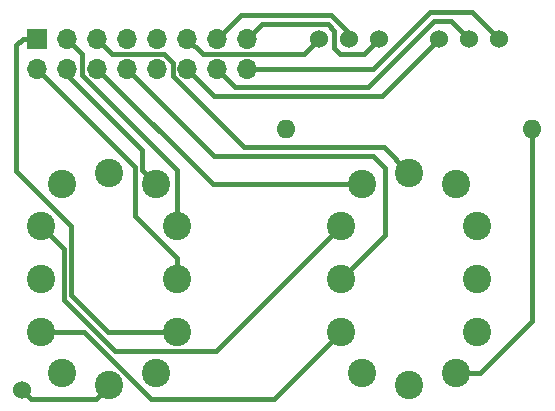
<source format=gbr>
G04 #@! TF.GenerationSoftware,KiCad,Pcbnew,(5.1.0)-1*
G04 #@! TF.CreationDate,2021-08-18T22:37:31-05:00*
G04 #@! TF.ProjectId,nixie_legacy-digit,6e697869-655f-46c6-9567-6163792d6469,rev?*
G04 #@! TF.SameCoordinates,Original*
G04 #@! TF.FileFunction,Copper,L1,Top*
G04 #@! TF.FilePolarity,Positive*
%FSLAX46Y46*%
G04 Gerber Fmt 4.6, Leading zero omitted, Abs format (unit mm)*
G04 Created by KiCad (PCBNEW (5.1.0)-1) date 2021-08-18 22:37:31*
%MOMM*%
%LPD*%
G04 APERTURE LIST*
%ADD10C,1.524000*%
%ADD11O,1.600000X1.600000*%
%ADD12C,2.397760*%
%ADD13R,1.700000X1.700000*%
%ADD14O,1.700000X1.700000*%
%ADD15C,0.381000*%
G04 APERTURE END LIST*
D10*
X81534000Y-118618000D03*
D11*
X124714000Y-96520000D03*
X103886000Y-96520000D03*
D12*
X120048020Y-113718340D03*
X110302040Y-117218460D03*
X108551980Y-113718340D03*
X108551980Y-109220000D03*
X108551980Y-104721660D03*
X110302040Y-101221540D03*
X114300000Y-100220780D03*
X118297960Y-101221540D03*
X120048020Y-104721660D03*
X120048020Y-109220000D03*
X118297960Y-117218460D03*
X114300000Y-118219220D03*
X94648020Y-113718340D03*
X84902040Y-117218460D03*
X83151980Y-113718340D03*
X83151980Y-109220000D03*
X83151980Y-104721660D03*
X84902040Y-101221540D03*
X88900000Y-100220780D03*
X92897960Y-101221540D03*
X94648020Y-104721660D03*
X94648020Y-109220000D03*
X92897960Y-117218460D03*
X88900000Y-118219220D03*
D10*
X121920000Y-88900000D03*
X111760000Y-88900000D03*
X119380000Y-88900000D03*
X109220000Y-88900000D03*
X116840000Y-88900000D03*
X106680000Y-88900000D03*
D13*
X82804000Y-88900000D03*
D14*
X82804000Y-91440000D03*
X85344000Y-88900000D03*
X85344000Y-91440000D03*
X87884000Y-88900000D03*
X87884000Y-91440000D03*
X90424000Y-88900000D03*
X90424000Y-91440000D03*
X92964000Y-88900000D03*
X92964000Y-91440000D03*
X95504000Y-88900000D03*
X95504000Y-91440000D03*
X98044000Y-88900000D03*
X98044000Y-91440000D03*
X100584000Y-88900000D03*
X100584000Y-91440000D03*
D15*
X121158001Y-88138001D02*
X121920000Y-88900000D01*
X119634000Y-86614000D02*
X121158001Y-88138001D01*
X116078000Y-86614000D02*
X119634000Y-86614000D01*
X100584000Y-91440000D02*
X111252000Y-91440000D01*
X111252000Y-91440000D02*
X116078000Y-86614000D01*
X110998001Y-89661999D02*
X111760000Y-88900000D01*
X110490000Y-90170000D02*
X110998001Y-89661999D01*
X101854000Y-87630000D02*
X107382328Y-87630000D01*
X100584000Y-88900000D02*
X101854000Y-87630000D01*
X107950000Y-88197672D02*
X107950000Y-89662000D01*
X107382328Y-87630000D02*
X107950000Y-88197672D01*
X107950000Y-89662000D02*
X108458000Y-90170000D01*
X108458000Y-90170000D02*
X110490000Y-90170000D01*
X118618001Y-88138001D02*
X119380000Y-88900000D01*
X117856000Y-87376000D02*
X118618001Y-88138001D01*
X116391672Y-87376000D02*
X117856000Y-87376000D01*
X110803672Y-92964000D02*
X116391672Y-87376000D01*
X98044000Y-91440000D02*
X99568000Y-92964000D01*
X99568000Y-92964000D02*
X110803672Y-92964000D01*
X98893999Y-88050001D02*
X98044000Y-88900000D01*
X100076000Y-86868000D02*
X98893999Y-88050001D01*
X107696000Y-86868000D02*
X100076000Y-86868000D01*
X109220000Y-88900000D02*
X109220000Y-88392000D01*
X109220000Y-88392000D02*
X107696000Y-86868000D01*
X116078001Y-89661999D02*
X116840000Y-88900000D01*
X112014000Y-93726000D02*
X116078001Y-89661999D01*
X95504000Y-91440000D02*
X97790000Y-93726000D01*
X97790000Y-93726000D02*
X112014000Y-93726000D01*
X105918001Y-89661999D02*
X106680000Y-88900000D01*
X105380501Y-90199499D02*
X105918001Y-89661999D01*
X96803499Y-90199499D02*
X105380501Y-90199499D01*
X95504000Y-88900000D02*
X96803499Y-90199499D01*
X86794340Y-113718340D02*
X83151980Y-113718340D01*
X92456000Y-119380000D02*
X86794340Y-113718340D01*
X102870000Y-119380000D02*
X92456000Y-119380000D01*
X108551980Y-113718340D02*
X108531660Y-113718340D01*
X108531660Y-113718340D02*
X102870000Y-119380000D01*
X91273999Y-92289999D02*
X90424000Y-91440000D01*
X97790000Y-98806000D02*
X91273999Y-92289999D01*
X111252000Y-98806000D02*
X97790000Y-98806000D01*
X112268000Y-99822000D02*
X111252000Y-98806000D01*
X108551980Y-109220000D02*
X112268000Y-105503980D01*
X112268000Y-105503980D02*
X112268000Y-99822000D01*
X84350859Y-105920539D02*
X83151980Y-104721660D01*
X85090000Y-106659680D02*
X84350859Y-105920539D01*
X85090000Y-110998000D02*
X85090000Y-106659680D01*
X89408000Y-115316000D02*
X85090000Y-110998000D01*
X108551980Y-104721660D02*
X97957640Y-115316000D01*
X97957640Y-115316000D02*
X89408000Y-115316000D01*
X97665540Y-101221540D02*
X87884000Y-91440000D01*
X110302040Y-101221540D02*
X97665540Y-101221540D01*
X89124501Y-90140501D02*
X93500443Y-90140501D01*
X87884000Y-88900000D02*
X89124501Y-90140501D01*
X93500443Y-90140501D02*
X94263499Y-90903557D01*
X112123220Y-98044000D02*
X114300000Y-100220780D01*
X94263499Y-90903557D02*
X94263499Y-92035441D01*
X94263499Y-92035441D02*
X100272058Y-98044000D01*
X100272058Y-98044000D02*
X112123220Y-98044000D01*
X85344000Y-91948000D02*
X85344000Y-91440000D01*
X91699081Y-98303081D02*
X85344000Y-91948000D01*
X92897960Y-101221540D02*
X91699081Y-100022661D01*
X91699081Y-100022661D02*
X91699081Y-98303081D01*
X86193999Y-89749999D02*
X85344000Y-88900000D01*
X86584501Y-90140501D02*
X86193999Y-89749999D01*
X86584501Y-91951460D02*
X86584501Y-90140501D01*
X94648020Y-100014979D02*
X86584501Y-91951460D01*
X94648020Y-104721660D02*
X94648020Y-100014979D01*
X83653999Y-92289999D02*
X82804000Y-91440000D01*
X91118071Y-99754071D02*
X83653999Y-92289999D01*
X91118071Y-103901947D02*
X91118071Y-99754071D01*
X94648020Y-107431896D02*
X91118071Y-103901947D01*
X94648020Y-109220000D02*
X94648020Y-107431896D01*
X88826340Y-113718340D02*
X85671011Y-110563011D01*
X94648020Y-113718340D02*
X88826340Y-113718340D01*
X85671011Y-110563011D02*
X85671011Y-104721011D01*
X81573000Y-88900000D02*
X82804000Y-88900000D01*
X85671011Y-104721011D02*
X81026000Y-100076000D01*
X81026000Y-100076000D02*
X81026000Y-89447000D01*
X81026000Y-89447000D02*
X81573000Y-88900000D01*
X82295999Y-119379999D02*
X81534000Y-118618000D01*
X88900000Y-118219220D02*
X87739221Y-119379999D01*
X87739221Y-119379999D02*
X82295999Y-119379999D01*
X124714000Y-97651370D02*
X124714000Y-96520000D01*
X124714000Y-112776000D02*
X124714000Y-97651370D01*
X118297960Y-117218460D02*
X120271540Y-117218460D01*
X120271540Y-117218460D02*
X124714000Y-112776000D01*
M02*

</source>
